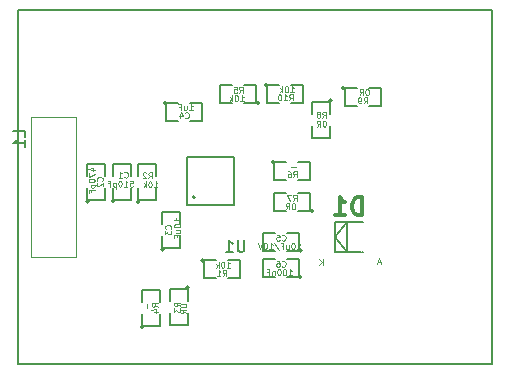
<source format=gbr>
%TF.GenerationSoftware,KiCad,Pcbnew,6.0.11+dfsg-1~bpo11+1*%
%TF.CreationDate,2023-05-26T10:03:09+00:00*%
%TF.ProjectId,LIGHTNING01,4c494748-544e-4494-9e47-30312e6b6963,01A*%
%TF.SameCoordinates,Original*%
%TF.FileFunction,Legend,Bot*%
%TF.FilePolarity,Positive*%
%FSLAX46Y46*%
G04 Gerber Fmt 4.6, Leading zero omitted, Abs format (unit mm)*
G04 Created by KiCad (PCBNEW 6.0.11+dfsg-1~bpo11+1) date 2023-05-26 10:03:09*
%MOMM*%
%LPD*%
G01*
G04 APERTURE LIST*
%ADD10C,0.200000*%
%ADD11C,0.109220*%
%ADD12C,0.150000*%
%ADD13C,0.304800*%
%ADD14C,0.099060*%
%ADD15C,0.120000*%
G04 APERTURE END LIST*
D10*
X40386000Y254000D02*
X254000Y254000D01*
X254000Y254000D02*
X254000Y30226000D01*
X254000Y30226000D02*
X40386000Y30226000D01*
X40386000Y30226000D02*
X40386000Y254000D01*
D11*
%TO.C,R2*%
X11259396Y15966138D02*
X11426190Y16204414D01*
X11545328Y15966138D02*
X11545328Y16466518D01*
X11354707Y16466518D01*
X11307051Y16442690D01*
X11283224Y16418863D01*
X11259396Y16371208D01*
X11259396Y16299725D01*
X11283224Y16252070D01*
X11307051Y16228242D01*
X11354707Y16204414D01*
X11545328Y16204414D01*
X11068775Y16418863D02*
X11044948Y16442690D01*
X10997292Y16466518D01*
X10878154Y16466518D01*
X10830499Y16442690D01*
X10806671Y16418863D01*
X10782844Y16371208D01*
X10782844Y16323552D01*
X10806671Y16252070D01*
X11092603Y15966138D01*
X10782844Y15966138D01*
X11727845Y15204138D02*
X12013776Y15204138D01*
X11870810Y15204138D02*
X11870810Y15704518D01*
X11918466Y15633035D01*
X11966121Y15585380D01*
X12013776Y15561552D01*
X11418086Y15704518D02*
X11370430Y15704518D01*
X11322775Y15680690D01*
X11298948Y15656863D01*
X11275120Y15609208D01*
X11251292Y15513897D01*
X11251292Y15394759D01*
X11275120Y15299449D01*
X11298948Y15251793D01*
X11322775Y15227966D01*
X11370430Y15204138D01*
X11418086Y15204138D01*
X11465741Y15227966D01*
X11489569Y15251793D01*
X11513396Y15299449D01*
X11537224Y15394759D01*
X11537224Y15513897D01*
X11513396Y15609208D01*
X11489569Y15656863D01*
X11465741Y15680690D01*
X11418086Y15704518D01*
X11036844Y15204138D02*
X11036844Y15704518D01*
X10989189Y15394759D02*
X10846223Y15204138D01*
X10846223Y15537725D02*
X11036844Y15347104D01*
%TO.C,C3*%
X13132707Y11703897D02*
X13156534Y11727725D01*
X13180362Y11799208D01*
X13180362Y11846863D01*
X13156534Y11918346D01*
X13108879Y11966001D01*
X13061224Y11989829D01*
X12965913Y12013656D01*
X12894430Y12013656D01*
X12799120Y11989829D01*
X12751465Y11966001D01*
X12703810Y11918346D01*
X12679982Y11846863D01*
X12679982Y11799208D01*
X12703810Y11727725D01*
X12727637Y11703897D01*
X12679982Y11537104D02*
X12679982Y11227345D01*
X12870603Y11394138D01*
X12870603Y11322655D01*
X12894430Y11275000D01*
X12918258Y11251172D01*
X12965913Y11227345D01*
X13085051Y11227345D01*
X13132707Y11251172D01*
X13156534Y11275000D01*
X13180362Y11322655D01*
X13180362Y11465621D01*
X13156534Y11513276D01*
X13132707Y11537104D01*
X13942362Y12283622D02*
X13942362Y12569553D01*
X13942362Y12426588D02*
X13441982Y12426588D01*
X13513465Y12474243D01*
X13561120Y12521898D01*
X13584948Y12569553D01*
X13441982Y11973863D02*
X13441982Y11926208D01*
X13465810Y11878552D01*
X13489637Y11854725D01*
X13537292Y11830897D01*
X13632603Y11807070D01*
X13751741Y11807070D01*
X13847051Y11830897D01*
X13894707Y11854725D01*
X13918534Y11878552D01*
X13942362Y11926208D01*
X13942362Y11973863D01*
X13918534Y12021518D01*
X13894707Y12045346D01*
X13847051Y12069173D01*
X13751741Y12093001D01*
X13632603Y12093001D01*
X13537292Y12069173D01*
X13489637Y12045346D01*
X13465810Y12021518D01*
X13441982Y11973863D01*
X13608775Y11378172D02*
X13942362Y11378172D01*
X13608775Y11592621D02*
X13870879Y11592621D01*
X13918534Y11568793D01*
X13942362Y11521138D01*
X13942362Y11449655D01*
X13918534Y11402000D01*
X13894707Y11378172D01*
X13680258Y10973103D02*
X13680258Y11139896D01*
X13942362Y11139896D02*
X13441982Y11139896D01*
X13441982Y10901620D01*
%TO.C,C6*%
X22562396Y8520793D02*
X22586224Y8496966D01*
X22657707Y8473138D01*
X22705362Y8473138D01*
X22776845Y8496966D01*
X22824500Y8544621D01*
X22848328Y8592276D01*
X22872155Y8687587D01*
X22872155Y8759070D01*
X22848328Y8854380D01*
X22824500Y8902035D01*
X22776845Y8949690D01*
X22705362Y8973518D01*
X22657707Y8973518D01*
X22586224Y8949690D01*
X22562396Y8925863D01*
X22133499Y8973518D02*
X22228810Y8973518D01*
X22276465Y8949690D01*
X22300292Y8925863D01*
X22347948Y8854380D01*
X22371775Y8759070D01*
X22371775Y8568449D01*
X22347948Y8520793D01*
X22324120Y8496966D01*
X22276465Y8473138D01*
X22181154Y8473138D01*
X22133499Y8496966D01*
X22109671Y8520793D01*
X22085844Y8568449D01*
X22085844Y8687587D01*
X22109671Y8735242D01*
X22133499Y8759070D01*
X22181154Y8782897D01*
X22276465Y8782897D01*
X22324120Y8759070D01*
X22347948Y8735242D01*
X22371775Y8687587D01*
X23126397Y7774638D02*
X23412329Y7774638D01*
X23269363Y7774638D02*
X23269363Y8275018D01*
X23317018Y8203535D01*
X23364673Y8155880D01*
X23412329Y8132052D01*
X22816638Y8275018D02*
X22768983Y8275018D01*
X22721328Y8251190D01*
X22697500Y8227363D01*
X22673672Y8179708D01*
X22649845Y8084397D01*
X22649845Y7965259D01*
X22673672Y7869949D01*
X22697500Y7822293D01*
X22721328Y7798466D01*
X22768983Y7774638D01*
X22816638Y7774638D01*
X22864293Y7798466D01*
X22888121Y7822293D01*
X22911949Y7869949D01*
X22935776Y7965259D01*
X22935776Y8084397D01*
X22911949Y8179708D01*
X22888121Y8227363D01*
X22864293Y8251190D01*
X22816638Y8275018D01*
X22340086Y8275018D02*
X22292430Y8275018D01*
X22244775Y8251190D01*
X22220948Y8227363D01*
X22197120Y8179708D01*
X22173292Y8084397D01*
X22173292Y7965259D01*
X22197120Y7869949D01*
X22220948Y7822293D01*
X22244775Y7798466D01*
X22292430Y7774638D01*
X22340086Y7774638D01*
X22387741Y7798466D01*
X22411569Y7822293D01*
X22435396Y7869949D01*
X22459224Y7965259D01*
X22459224Y8084397D01*
X22435396Y8179708D01*
X22411569Y8227363D01*
X22387741Y8251190D01*
X22340086Y8275018D01*
X21958844Y8108225D02*
X21958844Y7774638D01*
X21958844Y8060570D02*
X21935016Y8084397D01*
X21887361Y8108225D01*
X21815878Y8108225D01*
X21768223Y8084397D01*
X21744395Y8036742D01*
X21744395Y7774638D01*
X21339326Y8036742D02*
X21506119Y8036742D01*
X21506119Y7774638D02*
X21506119Y8275018D01*
X21267843Y8275018D01*
%TO.C,R9*%
X29483896Y22316138D02*
X29650690Y22554414D01*
X29769828Y22316138D02*
X29769828Y22816518D01*
X29579207Y22816518D01*
X29531551Y22792690D01*
X29507724Y22768863D01*
X29483896Y22721208D01*
X29483896Y22649725D01*
X29507724Y22602070D01*
X29531551Y22578242D01*
X29579207Y22554414D01*
X29769828Y22554414D01*
X29245620Y22316138D02*
X29150310Y22316138D01*
X29102654Y22339966D01*
X29078827Y22363793D01*
X29031171Y22435276D01*
X29007344Y22530587D01*
X29007344Y22721208D01*
X29031171Y22768863D01*
X29054999Y22792690D01*
X29102654Y22816518D01*
X29197965Y22816518D01*
X29245620Y22792690D01*
X29269448Y22768863D01*
X29293275Y22721208D01*
X29293275Y22602070D01*
X29269448Y22554414D01*
X29245620Y22530587D01*
X29197965Y22506759D01*
X29102654Y22506759D01*
X29054999Y22530587D01*
X29031171Y22554414D01*
X29007344Y22602070D01*
X29801517Y23515018D02*
X29753862Y23515018D01*
X29706207Y23491190D01*
X29682379Y23467363D01*
X29658551Y23419708D01*
X29634724Y23324397D01*
X29634724Y23205259D01*
X29658551Y23109949D01*
X29682379Y23062293D01*
X29706207Y23038466D01*
X29753862Y23014638D01*
X29801517Y23014638D01*
X29849172Y23038466D01*
X29873000Y23062293D01*
X29896828Y23109949D01*
X29920655Y23205259D01*
X29920655Y23324397D01*
X29896828Y23419708D01*
X29873000Y23467363D01*
X29849172Y23491190D01*
X29801517Y23515018D01*
X29134344Y23014638D02*
X29301137Y23252914D01*
X29420275Y23014638D02*
X29420275Y23515018D01*
X29229654Y23515018D01*
X29181999Y23491190D01*
X29158171Y23467363D01*
X29134344Y23419708D01*
X29134344Y23348225D01*
X29158171Y23300570D01*
X29181999Y23276742D01*
X29229654Y23252914D01*
X29420275Y23252914D01*
%TO.C,R10*%
X23181672Y22570138D02*
X23348466Y22808414D01*
X23467604Y22570138D02*
X23467604Y23070518D01*
X23276983Y23070518D01*
X23229328Y23046690D01*
X23205500Y23022863D01*
X23181672Y22975208D01*
X23181672Y22903725D01*
X23205500Y22856070D01*
X23229328Y22832242D01*
X23276983Y22808414D01*
X23467604Y22808414D01*
X22705120Y22570138D02*
X22991051Y22570138D01*
X22848086Y22570138D02*
X22848086Y23070518D01*
X22895741Y22999035D01*
X22943396Y22951380D01*
X22991051Y22927552D01*
X22395361Y23070518D02*
X22347706Y23070518D01*
X22300050Y23046690D01*
X22276223Y23022863D01*
X22252395Y22975208D01*
X22228568Y22879897D01*
X22228568Y22760759D01*
X22252395Y22665449D01*
X22276223Y22617793D01*
X22300050Y22593966D01*
X22347706Y22570138D01*
X22395361Y22570138D01*
X22443016Y22593966D01*
X22466844Y22617793D01*
X22490671Y22665449D01*
X22514499Y22760759D01*
X22514499Y22879897D01*
X22490671Y22975208D01*
X22466844Y23022863D01*
X22443016Y23046690D01*
X22395361Y23070518D01*
X23284845Y23268638D02*
X23570776Y23268638D01*
X23427810Y23268638D02*
X23427810Y23769018D01*
X23475466Y23697535D01*
X23523121Y23649880D01*
X23570776Y23626052D01*
X22975086Y23769018D02*
X22927430Y23769018D01*
X22879775Y23745190D01*
X22855948Y23721363D01*
X22832120Y23673708D01*
X22808292Y23578397D01*
X22808292Y23459259D01*
X22832120Y23363949D01*
X22855948Y23316293D01*
X22879775Y23292466D01*
X22927430Y23268638D01*
X22975086Y23268638D01*
X23022741Y23292466D01*
X23046569Y23316293D01*
X23070396Y23363949D01*
X23094224Y23459259D01*
X23094224Y23578397D01*
X23070396Y23673708D01*
X23046569Y23721363D01*
X23022741Y23745190D01*
X22975086Y23769018D01*
X22593844Y23268638D02*
X22593844Y23769018D01*
X22546189Y23459259D02*
X22403223Y23268638D01*
X22403223Y23602225D02*
X22593844Y23411604D01*
D12*
%TO.C,L1*%
X790880Y19506667D02*
X790880Y19982858D01*
X-209120Y19982858D01*
X790880Y18649524D02*
X790880Y19220953D01*
X790880Y18935239D02*
X-209120Y18935239D01*
X-66262Y19030477D01*
X28976Y19125715D01*
X76595Y19220953D01*
D11*
%TO.C,C1*%
X9227396Y16077293D02*
X9251224Y16053466D01*
X9322707Y16029638D01*
X9370362Y16029638D01*
X9441845Y16053466D01*
X9489500Y16101121D01*
X9513328Y16148776D01*
X9537155Y16244087D01*
X9537155Y16315570D01*
X9513328Y16410880D01*
X9489500Y16458535D01*
X9441845Y16506190D01*
X9370362Y16530018D01*
X9322707Y16530018D01*
X9251224Y16506190D01*
X9227396Y16482363D01*
X8750844Y16029638D02*
X9036775Y16029638D01*
X8893810Y16029638D02*
X8893810Y16530018D01*
X8941465Y16458535D01*
X8989120Y16410880D01*
X9036775Y16387052D01*
X9688225Y15768018D02*
X9926501Y15768018D01*
X9950329Y15529742D01*
X9926501Y15553570D01*
X9878846Y15577397D01*
X9759708Y15577397D01*
X9712052Y15553570D01*
X9688225Y15529742D01*
X9664397Y15482087D01*
X9664397Y15362949D01*
X9688225Y15315293D01*
X9712052Y15291466D01*
X9759708Y15267638D01*
X9878846Y15267638D01*
X9926501Y15291466D01*
X9950329Y15315293D01*
X9187845Y15267638D02*
X9473776Y15267638D01*
X9330810Y15267638D02*
X9330810Y15768018D01*
X9378466Y15696535D01*
X9426121Y15648880D01*
X9473776Y15625052D01*
X8878086Y15768018D02*
X8830430Y15768018D01*
X8782775Y15744190D01*
X8758948Y15720363D01*
X8735120Y15672708D01*
X8711292Y15577397D01*
X8711292Y15458259D01*
X8735120Y15362949D01*
X8758948Y15315293D01*
X8782775Y15291466D01*
X8830430Y15267638D01*
X8878086Y15267638D01*
X8925741Y15291466D01*
X8949569Y15315293D01*
X8973396Y15362949D01*
X8997224Y15458259D01*
X8997224Y15577397D01*
X8973396Y15672708D01*
X8949569Y15720363D01*
X8925741Y15744190D01*
X8878086Y15768018D01*
X8496844Y15601225D02*
X8496844Y15100845D01*
X8496844Y15577397D02*
X8449189Y15601225D01*
X8353878Y15601225D01*
X8306223Y15577397D01*
X8282395Y15553570D01*
X8258568Y15505914D01*
X8258568Y15362949D01*
X8282395Y15315293D01*
X8306223Y15291466D01*
X8353878Y15267638D01*
X8449189Y15267638D01*
X8496844Y15291466D01*
X7877326Y15529742D02*
X8044119Y15529742D01*
X8044119Y15267638D02*
X8044119Y15768018D01*
X7805843Y15768018D01*
%TO.C,C2*%
X7354207Y15767897D02*
X7378034Y15791725D01*
X7401862Y15863208D01*
X7401862Y15910863D01*
X7378034Y15982346D01*
X7330379Y16030001D01*
X7282724Y16053829D01*
X7187413Y16077656D01*
X7115930Y16077656D01*
X7020620Y16053829D01*
X6972965Y16030001D01*
X6925310Y15982346D01*
X6901482Y15910863D01*
X6901482Y15863208D01*
X6925310Y15791725D01*
X6949137Y15767897D01*
X6949137Y15577276D02*
X6925310Y15553449D01*
X6901482Y15505793D01*
X6901482Y15386655D01*
X6925310Y15339000D01*
X6949137Y15315172D01*
X6996792Y15291345D01*
X7044448Y15291345D01*
X7115930Y15315172D01*
X7401862Y15601104D01*
X7401862Y15291345D01*
X6369775Y16633553D02*
X6703362Y16633553D01*
X6179154Y16752691D02*
X6536569Y16871830D01*
X6536569Y16562070D01*
X6202982Y16419105D02*
X6202982Y16085518D01*
X6703362Y16299967D01*
X6202982Y15799587D02*
X6202982Y15751931D01*
X6226810Y15704276D01*
X6250637Y15680449D01*
X6298292Y15656621D01*
X6393603Y15632793D01*
X6512741Y15632793D01*
X6608051Y15656621D01*
X6655707Y15680449D01*
X6679534Y15704276D01*
X6703362Y15751931D01*
X6703362Y15799587D01*
X6679534Y15847242D01*
X6655707Y15871070D01*
X6608051Y15894897D01*
X6512741Y15918725D01*
X6393603Y15918725D01*
X6298292Y15894897D01*
X6250637Y15871070D01*
X6226810Y15847242D01*
X6202982Y15799587D01*
X6369775Y15418345D02*
X6870155Y15418345D01*
X6393603Y15418345D02*
X6369775Y15370690D01*
X6369775Y15275379D01*
X6393603Y15227724D01*
X6417430Y15203896D01*
X6465086Y15180069D01*
X6608051Y15180069D01*
X6655707Y15203896D01*
X6679534Y15227724D01*
X6703362Y15275379D01*
X6703362Y15370690D01*
X6679534Y15418345D01*
X6441258Y14798827D02*
X6441258Y14965620D01*
X6703362Y14965620D02*
X6202982Y14965620D01*
X6202982Y14727344D01*
%TO.C,C5*%
X22562396Y10743293D02*
X22586224Y10719466D01*
X22657707Y10695638D01*
X22705362Y10695638D01*
X22776845Y10719466D01*
X22824500Y10767121D01*
X22848328Y10814776D01*
X22872155Y10910087D01*
X22872155Y10981570D01*
X22848328Y11076880D01*
X22824500Y11124535D01*
X22776845Y11172190D01*
X22705362Y11196018D01*
X22657707Y11196018D01*
X22586224Y11172190D01*
X22562396Y11148363D01*
X22109671Y11196018D02*
X22347948Y11196018D01*
X22371775Y10957742D01*
X22347948Y10981570D01*
X22300292Y11005397D01*
X22181154Y11005397D01*
X22133499Y10981570D01*
X22109671Y10957742D01*
X22085844Y10910087D01*
X22085844Y10790949D01*
X22109671Y10743293D01*
X22133499Y10719466D01*
X22181154Y10695638D01*
X22300292Y10695638D01*
X22347948Y10719466D01*
X22371775Y10743293D01*
X23841226Y9997138D02*
X24127157Y9997138D01*
X23984191Y9997138D02*
X23984191Y10497518D01*
X24031847Y10426035D01*
X24079502Y10378380D01*
X24127157Y10354552D01*
X23531467Y10497518D02*
X23483811Y10497518D01*
X23436156Y10473690D01*
X23412329Y10449863D01*
X23388501Y10402208D01*
X23364673Y10306897D01*
X23364673Y10187759D01*
X23388501Y10092449D01*
X23412329Y10044793D01*
X23436156Y10020966D01*
X23483811Y9997138D01*
X23531467Y9997138D01*
X23579122Y10020966D01*
X23602950Y10044793D01*
X23626777Y10092449D01*
X23650605Y10187759D01*
X23650605Y10306897D01*
X23626777Y10402208D01*
X23602950Y10449863D01*
X23579122Y10473690D01*
X23531467Y10497518D01*
X22935776Y10330725D02*
X22935776Y9997138D01*
X23150225Y10330725D02*
X23150225Y10068621D01*
X23126397Y10020966D01*
X23078742Y9997138D01*
X23007259Y9997138D01*
X22959604Y10020966D01*
X22935776Y10044793D01*
X22530707Y10259242D02*
X22697500Y10259242D01*
X22697500Y9997138D02*
X22697500Y10497518D01*
X22459224Y10497518D01*
X21911189Y10521346D02*
X22340086Y9878000D01*
X21482291Y9997138D02*
X21768223Y9997138D01*
X21625257Y9997138D02*
X21625257Y10497518D01*
X21672912Y10426035D01*
X21720568Y10378380D01*
X21768223Y10354552D01*
X21172532Y10497518D02*
X21124877Y10497518D01*
X21077222Y10473690D01*
X21053394Y10449863D01*
X21029567Y10402208D01*
X21005739Y10306897D01*
X21005739Y10187759D01*
X21029567Y10092449D01*
X21053394Y10044793D01*
X21077222Y10020966D01*
X21124877Y9997138D01*
X21172532Y9997138D01*
X21220188Y10020966D01*
X21244015Y10044793D01*
X21267843Y10092449D01*
X21291670Y10187759D01*
X21291670Y10306897D01*
X21267843Y10402208D01*
X21244015Y10449863D01*
X21220188Y10473690D01*
X21172532Y10497518D01*
X20862773Y10497518D02*
X20695980Y9997138D01*
X20529187Y10497518D01*
D13*
%TO.C,D1*%
X29369657Y12836072D02*
X29369657Y14360072D01*
X29006800Y14360072D01*
X28789085Y14287500D01*
X28643942Y14142358D01*
X28571371Y13997215D01*
X28498800Y13706929D01*
X28498800Y13489215D01*
X28571371Y13198929D01*
X28643942Y13053786D01*
X28789085Y12908643D01*
X29006800Y12836072D01*
X29369657Y12836072D01*
X27047371Y12836072D02*
X27918228Y12836072D01*
X27482800Y12836072D02*
X27482800Y14360072D01*
X27627942Y14142358D01*
X27773085Y13997215D01*
X27918228Y13924643D01*
D14*
X26026351Y8610298D02*
X26026351Y9110678D01*
X25740420Y8610298D02*
X25954869Y8896230D01*
X25740420Y9110678D02*
X26026351Y8824747D01*
X30914098Y8852324D02*
X30675821Y8852324D01*
X30961753Y8709358D02*
X30794960Y9209738D01*
X30628166Y8709358D01*
D11*
%TO.C,R4*%
X12037362Y5099897D02*
X11799086Y5266690D01*
X12037362Y5385829D02*
X11536982Y5385829D01*
X11536982Y5195208D01*
X11560810Y5147552D01*
X11584637Y5123725D01*
X11632292Y5099897D01*
X11703775Y5099897D01*
X11751430Y5123725D01*
X11775258Y5147552D01*
X11799086Y5195208D01*
X11799086Y5385829D01*
X11703775Y4671000D02*
X12037362Y4671000D01*
X11513154Y4790138D02*
X11870569Y4909276D01*
X11870569Y4599517D01*
X11148241Y5334121D02*
X11148241Y4952880D01*
%TO.C,R5*%
X18942896Y23205138D02*
X19109690Y23443414D01*
X19228828Y23205138D02*
X19228828Y23705518D01*
X19038207Y23705518D01*
X18990551Y23681690D01*
X18966724Y23657863D01*
X18942896Y23610208D01*
X18942896Y23538725D01*
X18966724Y23491070D01*
X18990551Y23467242D01*
X19038207Y23443414D01*
X19228828Y23443414D01*
X18490171Y23705518D02*
X18728448Y23705518D01*
X18752275Y23467242D01*
X18728448Y23491070D01*
X18680792Y23514897D01*
X18561654Y23514897D01*
X18513999Y23491070D01*
X18490171Y23467242D01*
X18466344Y23419587D01*
X18466344Y23300449D01*
X18490171Y23252793D01*
X18513999Y23228966D01*
X18561654Y23205138D01*
X18680792Y23205138D01*
X18728448Y23228966D01*
X18752275Y23252793D01*
X19030345Y22506638D02*
X19316276Y22506638D01*
X19173310Y22506638D02*
X19173310Y23007018D01*
X19220966Y22935535D01*
X19268621Y22887880D01*
X19316276Y22864052D01*
X18720586Y23007018D02*
X18672930Y23007018D01*
X18625275Y22983190D01*
X18601448Y22959363D01*
X18577620Y22911708D01*
X18553792Y22816397D01*
X18553792Y22697259D01*
X18577620Y22601949D01*
X18601448Y22554293D01*
X18625275Y22530466D01*
X18672930Y22506638D01*
X18720586Y22506638D01*
X18768241Y22530466D01*
X18792069Y22554293D01*
X18815896Y22601949D01*
X18839724Y22697259D01*
X18839724Y22816397D01*
X18815896Y22911708D01*
X18792069Y22959363D01*
X18768241Y22983190D01*
X18720586Y23007018D01*
X18339344Y22506638D02*
X18339344Y23007018D01*
X18291689Y22697259D02*
X18148723Y22506638D01*
X18148723Y22840225D02*
X18339344Y22649604D01*
%TO.C,R6*%
X23514896Y16054921D02*
X23681690Y16293197D01*
X23800828Y16054921D02*
X23800828Y16555301D01*
X23610207Y16555301D01*
X23562551Y16531473D01*
X23538724Y16507646D01*
X23514896Y16459991D01*
X23514896Y16388508D01*
X23538724Y16340853D01*
X23562551Y16317025D01*
X23610207Y16293197D01*
X23800828Y16293197D01*
X23085999Y16555301D02*
X23181310Y16555301D01*
X23228965Y16531473D01*
X23252792Y16507646D01*
X23300448Y16436163D01*
X23324275Y16340853D01*
X23324275Y16150232D01*
X23300448Y16102576D01*
X23276620Y16078749D01*
X23228965Y16054921D01*
X23133654Y16054921D01*
X23085999Y16078749D01*
X23062171Y16102576D01*
X23038344Y16150232D01*
X23038344Y16269370D01*
X23062171Y16317025D01*
X23085999Y16340853D01*
X23133654Y16364680D01*
X23228965Y16364680D01*
X23276620Y16340853D01*
X23300448Y16317025D01*
X23324275Y16269370D01*
X23749120Y16944042D02*
X23367879Y16944042D01*
%TO.C,R7*%
X23514896Y14061138D02*
X23681690Y14299414D01*
X23800828Y14061138D02*
X23800828Y14561518D01*
X23610207Y14561518D01*
X23562551Y14537690D01*
X23538724Y14513863D01*
X23514896Y14466208D01*
X23514896Y14394725D01*
X23538724Y14347070D01*
X23562551Y14323242D01*
X23610207Y14299414D01*
X23800828Y14299414D01*
X23348103Y14561518D02*
X23014516Y14561518D01*
X23228965Y14061138D01*
X23578517Y13863018D02*
X23530862Y13863018D01*
X23483207Y13839190D01*
X23459379Y13815363D01*
X23435551Y13767708D01*
X23411724Y13672397D01*
X23411724Y13553259D01*
X23435551Y13457949D01*
X23459379Y13410293D01*
X23483207Y13386466D01*
X23530862Y13362638D01*
X23578517Y13362638D01*
X23626172Y13386466D01*
X23650000Y13410293D01*
X23673828Y13457949D01*
X23697655Y13553259D01*
X23697655Y13672397D01*
X23673828Y13767708D01*
X23650000Y13815363D01*
X23626172Y13839190D01*
X23578517Y13863018D01*
X22911344Y13362638D02*
X23078137Y13600914D01*
X23197275Y13362638D02*
X23197275Y13863018D01*
X23006654Y13863018D01*
X22958999Y13839190D01*
X22935171Y13815363D01*
X22911344Y13767708D01*
X22911344Y13696225D01*
X22935171Y13648570D01*
X22958999Y13624742D01*
X23006654Y13600914D01*
X23197275Y13600914D01*
%TO.C,R3*%
X13942362Y5163397D02*
X13704086Y5330190D01*
X13942362Y5449329D02*
X13441982Y5449329D01*
X13441982Y5258708D01*
X13465810Y5211052D01*
X13489637Y5187225D01*
X13537292Y5163397D01*
X13608775Y5163397D01*
X13656430Y5187225D01*
X13680258Y5211052D01*
X13704086Y5258708D01*
X13704086Y5449329D01*
X13441982Y4996604D02*
X13441982Y4686845D01*
X13632603Y4853638D01*
X13632603Y4782155D01*
X13656430Y4734500D01*
X13680258Y4710672D01*
X13727913Y4686845D01*
X13847051Y4686845D01*
X13894707Y4710672D01*
X13918534Y4734500D01*
X13942362Y4782155D01*
X13942362Y4925121D01*
X13918534Y4972776D01*
X13894707Y4996604D01*
X13949982Y5227018D02*
X13949982Y5179363D01*
X13973810Y5131708D01*
X13997637Y5107880D01*
X14045292Y5084052D01*
X14140603Y5060225D01*
X14259741Y5060225D01*
X14355051Y5084052D01*
X14402707Y5107880D01*
X14426534Y5131708D01*
X14450362Y5179363D01*
X14450362Y5227018D01*
X14426534Y5274673D01*
X14402707Y5298501D01*
X14355051Y5322329D01*
X14259741Y5346156D01*
X14140603Y5346156D01*
X14045292Y5322329D01*
X13997637Y5298501D01*
X13973810Y5274673D01*
X13949982Y5227018D01*
X14450362Y4559845D02*
X14212086Y4726638D01*
X14450362Y4845776D02*
X13949982Y4845776D01*
X13949982Y4655155D01*
X13973810Y4607500D01*
X13997637Y4583672D01*
X14045292Y4559845D01*
X14116775Y4559845D01*
X14164430Y4583672D01*
X14188258Y4607500D01*
X14212086Y4655155D01*
X14212086Y4845776D01*
%TO.C,R1*%
X17545896Y7711138D02*
X17712690Y7949414D01*
X17831828Y7711138D02*
X17831828Y8211518D01*
X17641207Y8211518D01*
X17593551Y8187690D01*
X17569724Y8163863D01*
X17545896Y8116208D01*
X17545896Y8044725D01*
X17569724Y7997070D01*
X17593551Y7973242D01*
X17641207Y7949414D01*
X17831828Y7949414D01*
X17069344Y7711138D02*
X17355275Y7711138D01*
X17212310Y7711138D02*
X17212310Y8211518D01*
X17259965Y8140035D01*
X17307620Y8092380D01*
X17355275Y8068552D01*
X17887345Y8409638D02*
X18173276Y8409638D01*
X18030310Y8409638D02*
X18030310Y8910018D01*
X18077966Y8838535D01*
X18125621Y8790880D01*
X18173276Y8767052D01*
X17577586Y8910018D02*
X17529930Y8910018D01*
X17482275Y8886190D01*
X17458448Y8862363D01*
X17434620Y8814708D01*
X17410792Y8719397D01*
X17410792Y8600259D01*
X17434620Y8504949D01*
X17458448Y8457293D01*
X17482275Y8433466D01*
X17529930Y8409638D01*
X17577586Y8409638D01*
X17625241Y8433466D01*
X17649069Y8457293D01*
X17672896Y8504949D01*
X17696724Y8600259D01*
X17696724Y8719397D01*
X17672896Y8814708D01*
X17649069Y8862363D01*
X17625241Y8886190D01*
X17577586Y8910018D01*
X17196344Y8409638D02*
X17196344Y8910018D01*
X17148689Y8600259D02*
X17005723Y8409638D01*
X17005723Y8743225D02*
X17196344Y8552604D01*
%TO.C,R8*%
X25991396Y21109638D02*
X26158190Y21347914D01*
X26277328Y21109638D02*
X26277328Y21610018D01*
X26086707Y21610018D01*
X26039051Y21586190D01*
X26015224Y21562363D01*
X25991396Y21514708D01*
X25991396Y21443225D01*
X26015224Y21395570D01*
X26039051Y21371742D01*
X26086707Y21347914D01*
X26277328Y21347914D01*
X25705465Y21395570D02*
X25753120Y21419397D01*
X25776948Y21443225D01*
X25800775Y21490880D01*
X25800775Y21514708D01*
X25776948Y21562363D01*
X25753120Y21586190D01*
X25705465Y21610018D01*
X25610154Y21610018D01*
X25562499Y21586190D01*
X25538671Y21562363D01*
X25514844Y21514708D01*
X25514844Y21490880D01*
X25538671Y21443225D01*
X25562499Y21419397D01*
X25610154Y21395570D01*
X25705465Y21395570D01*
X25753120Y21371742D01*
X25776948Y21347914D01*
X25800775Y21300259D01*
X25800775Y21204949D01*
X25776948Y21157293D01*
X25753120Y21133466D01*
X25705465Y21109638D01*
X25610154Y21109638D01*
X25562499Y21133466D01*
X25538671Y21157293D01*
X25514844Y21204949D01*
X25514844Y21300259D01*
X25538671Y21347914D01*
X25562499Y21371742D01*
X25610154Y21395570D01*
X26182017Y20848018D02*
X26134362Y20848018D01*
X26086707Y20824190D01*
X26062879Y20800363D01*
X26039051Y20752708D01*
X26015224Y20657397D01*
X26015224Y20538259D01*
X26039051Y20442949D01*
X26062879Y20395293D01*
X26086707Y20371466D01*
X26134362Y20347638D01*
X26182017Y20347638D01*
X26229672Y20371466D01*
X26253500Y20395293D01*
X26277328Y20442949D01*
X26301155Y20538259D01*
X26301155Y20657397D01*
X26277328Y20752708D01*
X26253500Y20800363D01*
X26229672Y20824190D01*
X26182017Y20848018D01*
X25514844Y20347638D02*
X25681637Y20585914D01*
X25800775Y20347638D02*
X25800775Y20848018D01*
X25610154Y20848018D01*
X25562499Y20824190D01*
X25538671Y20800363D01*
X25514844Y20752708D01*
X25514844Y20681225D01*
X25538671Y20633570D01*
X25562499Y20609742D01*
X25610154Y20585914D01*
X25800775Y20585914D01*
D12*
%TO.C,U1*%
X19391904Y10725620D02*
X19391904Y9916096D01*
X19344285Y9820858D01*
X19296666Y9773239D01*
X19201428Y9725620D01*
X19010952Y9725620D01*
X18915714Y9773239D01*
X18868095Y9820858D01*
X18820476Y9916096D01*
X18820476Y10725620D01*
X17820476Y9725620D02*
X18391904Y9725620D01*
X18106190Y9725620D02*
X18106190Y10725620D01*
X18201428Y10582762D01*
X18296666Y10487524D01*
X18391904Y10439905D01*
D11*
%TO.C,C4*%
X14370896Y21093793D02*
X14394724Y21069966D01*
X14466207Y21046138D01*
X14513862Y21046138D01*
X14585345Y21069966D01*
X14633000Y21117621D01*
X14656828Y21165276D01*
X14680655Y21260587D01*
X14680655Y21332070D01*
X14656828Y21427380D01*
X14633000Y21475035D01*
X14585345Y21522690D01*
X14513862Y21546518D01*
X14466207Y21546518D01*
X14394724Y21522690D01*
X14370896Y21498863D01*
X13941999Y21379725D02*
X13941999Y21046138D01*
X14061137Y21570346D02*
X14180275Y21212931D01*
X13870516Y21212931D01*
X14712345Y21744638D02*
X14998276Y21744638D01*
X14855310Y21744638D02*
X14855310Y22245018D01*
X14902966Y22173535D01*
X14950621Y22125880D01*
X14998276Y22102052D01*
X14283448Y22078225D02*
X14283448Y21744638D01*
X14497896Y22078225D02*
X14497896Y21816121D01*
X14474069Y21768466D01*
X14426413Y21744638D01*
X14354930Y21744638D01*
X14307275Y21768466D01*
X14283448Y21792293D01*
X13878378Y22006742D02*
X14045171Y22006742D01*
X14045171Y21744638D02*
X14045171Y22245018D01*
X13806895Y22245018D01*
D12*
%TO.C,R2*%
X10414000Y14097000D02*
X11938000Y14097000D01*
X11938000Y17145000D02*
X10414000Y17145000D01*
X11938000Y16129000D02*
X11938000Y17145000D01*
X10414000Y15113000D02*
X10414000Y14097000D01*
X10414000Y17145000D02*
X10414000Y16129000D01*
X11938000Y14097000D02*
X11938000Y15113000D01*
X10541000Y13970000D02*
G75*
G03*
X10541000Y13970000I-127000J0D01*
G01*
%TO.C,C3*%
X13970000Y10096500D02*
X13970000Y11112500D01*
X13970000Y12128500D02*
X13970000Y13144500D01*
X12446000Y11112500D02*
X12446000Y10096500D01*
X12446000Y13144500D02*
X12446000Y12128500D01*
X13970000Y13144500D02*
X12446000Y13144500D01*
X12446000Y10096500D02*
X13970000Y10096500D01*
X12573000Y9969500D02*
G75*
G03*
X12573000Y9969500I-127000J0D01*
G01*
%TO.C,C6*%
X20955000Y9144000D02*
X20955000Y7620000D01*
X24003000Y7620000D02*
X24003000Y9144000D01*
X20955000Y7620000D02*
X21971000Y7620000D01*
X21971000Y9144000D02*
X20955000Y9144000D01*
X22987000Y7620000D02*
X24003000Y7620000D01*
X24003000Y9144000D02*
X22987000Y9144000D01*
X24257000Y7620000D02*
G75*
G03*
X24257000Y7620000I-127000J0D01*
G01*
%TO.C,R9*%
X30924500Y22098000D02*
X30924500Y23622000D01*
X27876500Y22098000D02*
X28892500Y22098000D01*
X29908500Y22098000D02*
X30924500Y22098000D01*
X30924500Y23622000D02*
X29908500Y23622000D01*
X27876500Y23622000D02*
X27876500Y22098000D01*
X28892500Y23622000D02*
X27876500Y23622000D01*
X27876500Y23622000D02*
G75*
G03*
X27876500Y23622000I-127000J0D01*
G01*
%TO.C,R10*%
X23368000Y22352000D02*
X24384000Y22352000D01*
X24384000Y23876000D02*
X23368000Y23876000D01*
X22352000Y23876000D02*
X21336000Y23876000D01*
X21336000Y23876000D02*
X21336000Y22352000D01*
X24384000Y22352000D02*
X24384000Y23876000D01*
X21336000Y22352000D02*
X22352000Y22352000D01*
X21336000Y23876000D02*
G75*
G03*
X21336000Y23876000I-127000J0D01*
G01*
D15*
%TO.C,L1*%
X1338500Y21140000D02*
X5138500Y21140000D01*
X5138500Y21140000D02*
X5138500Y9340000D01*
X1338500Y9340000D02*
X1338500Y21140000D01*
X5138500Y9340000D02*
X1338500Y9340000D01*
D12*
%TO.C,C1*%
X9779000Y14160500D02*
X9779000Y15176500D01*
X9779000Y16192500D02*
X9779000Y17208500D01*
X8255000Y17208500D02*
X8255000Y16192500D01*
X8255000Y15176500D02*
X8255000Y14160500D01*
X8255000Y14160500D02*
X9779000Y14160500D01*
X9779000Y17208500D02*
X8255000Y17208500D01*
X8382000Y14033500D02*
G75*
G03*
X8382000Y14033500I-127000J0D01*
G01*
%TO.C,C2*%
X6096000Y17208500D02*
X6096000Y16192500D01*
X6096000Y15176500D02*
X6096000Y14160500D01*
X6096000Y14160500D02*
X7620000Y14160500D01*
X7620000Y17208500D02*
X6096000Y17208500D01*
X7620000Y16192500D02*
X7620000Y17208500D01*
X7620000Y14160500D02*
X7620000Y15176500D01*
X6223000Y14033500D02*
G75*
G03*
X6223000Y14033500I-127000J0D01*
G01*
%TO.C,C5*%
X24003000Y11366500D02*
X22987000Y11366500D01*
X20955000Y9842500D02*
X21971000Y9842500D01*
X21971000Y11366500D02*
X20955000Y11366500D01*
X24003000Y9842500D02*
X24003000Y11366500D01*
X20955000Y11366500D02*
X20955000Y9842500D01*
X22987000Y9842500D02*
X24003000Y9842500D01*
X24257000Y9842500D02*
G75*
G03*
X24257000Y9842500I-127000J0D01*
G01*
%TO.C,D1*%
X27094180Y10985500D02*
X28044140Y12235180D01*
X27045920Y9735820D02*
X29293820Y9735820D01*
X28044140Y12235180D02*
X28044140Y9735820D01*
X27045920Y12235180D02*
X27045920Y9735820D01*
X29344620Y9735820D02*
X29443680Y9735820D01*
X27045920Y12235180D02*
X29395420Y12235180D01*
X28044140Y9735820D02*
X27045920Y10985500D01*
X29344620Y12235180D02*
X29443680Y12235180D01*
%TO.C,R4*%
X12255500Y5524500D02*
X12255500Y6540500D01*
X12255500Y3492500D02*
X12255500Y4508500D01*
X10731500Y3492500D02*
X12255500Y3492500D01*
X10731500Y6540500D02*
X10731500Y5524500D01*
X10731500Y4508500D02*
X10731500Y3492500D01*
X12255500Y6540500D02*
X10731500Y6540500D01*
X10858500Y3365500D02*
G75*
G03*
X10858500Y3365500I-127000J0D01*
G01*
%TO.C,R5*%
X18351500Y23876000D02*
X17335500Y23876000D01*
X20383500Y22352000D02*
X20383500Y23876000D01*
X19367500Y22352000D02*
X20383500Y22352000D01*
X17335500Y22352000D02*
X18351500Y22352000D01*
X17335500Y23876000D02*
X17335500Y22352000D01*
X20383500Y23876000D02*
X19367500Y23876000D01*
X20637500Y22352000D02*
G75*
G03*
X20637500Y22352000I-127000J0D01*
G01*
%TO.C,R6*%
X21907500Y15836783D02*
X22923500Y15836783D01*
X24955500Y15836783D02*
X24955500Y17360783D01*
X24955500Y17360783D02*
X23939500Y17360783D01*
X23939500Y15836783D02*
X24955500Y15836783D01*
X21907500Y17360783D02*
X21907500Y15836783D01*
X22923500Y17360783D02*
X21907500Y17360783D01*
X21907500Y17360783D02*
G75*
G03*
X21907500Y17360783I-127000J0D01*
G01*
%TO.C,R7*%
X23939500Y13208000D02*
X24955500Y13208000D01*
X21907500Y13208000D02*
X22923500Y13208000D01*
X22923500Y14732000D02*
X21907500Y14732000D01*
X21907500Y14732000D02*
X21907500Y13208000D01*
X24955500Y13208000D02*
X24955500Y14732000D01*
X24955500Y14732000D02*
X23939500Y14732000D01*
X25209500Y13208000D02*
G75*
G03*
X25209500Y13208000I-127000J0D01*
G01*
%TO.C,R3*%
X13081000Y4572000D02*
X13081000Y3556000D01*
X13081000Y3556000D02*
X14605000Y3556000D01*
X14605000Y5588000D02*
X14605000Y6604000D01*
X14605000Y3556000D02*
X14605000Y4572000D01*
X13081000Y6604000D02*
X13081000Y5588000D01*
X14605000Y6604000D02*
X13081000Y6604000D01*
X14732000Y6731000D02*
G75*
G03*
X14732000Y6731000I-127000J0D01*
G01*
%TO.C,R1*%
X16954500Y9017000D02*
X15938500Y9017000D01*
X15938500Y7493000D02*
X16954500Y7493000D01*
X18986500Y7493000D02*
X18986500Y9017000D01*
X18986500Y9017000D02*
X17970500Y9017000D01*
X15938500Y9017000D02*
X15938500Y7493000D01*
X17970500Y7493000D02*
X18986500Y7493000D01*
X15938500Y9017000D02*
G75*
G03*
X15938500Y9017000I-127000J0D01*
G01*
%TO.C,R8*%
X26670000Y22415500D02*
X25146000Y22415500D01*
X26670000Y19367500D02*
X26670000Y20383500D01*
X26670000Y21399500D02*
X26670000Y22415500D01*
X25146000Y22415500D02*
X25146000Y21399500D01*
X25146000Y20383500D02*
X25146000Y19367500D01*
X25146000Y19367500D02*
X26670000Y19367500D01*
X26797000Y22542500D02*
G75*
G03*
X26797000Y22542500I-127000J0D01*
G01*
%TO.C,U1*%
X18510000Y13748000D02*
X18510000Y17748000D01*
X14510000Y17748000D02*
X14510000Y13748000D01*
X18510000Y17748000D02*
X14510000Y17748000D01*
X14510000Y13748000D02*
X18510000Y13748000D01*
X15223137Y14348000D02*
G75*
G03*
X15223137Y14348000I-113137J0D01*
G01*
%TO.C,C4*%
X15811500Y22352000D02*
X14795500Y22352000D01*
X13779500Y22352000D02*
X12763500Y22352000D01*
X12763500Y22352000D02*
X12763500Y20828000D01*
X12763500Y20828000D02*
X13779500Y20828000D01*
X14795500Y20828000D02*
X15811500Y20828000D01*
X15811500Y20828000D02*
X15811500Y22352000D01*
X12763500Y22352000D02*
G75*
G03*
X12763500Y22352000I-127000J0D01*
G01*
%TD*%
M02*

</source>
